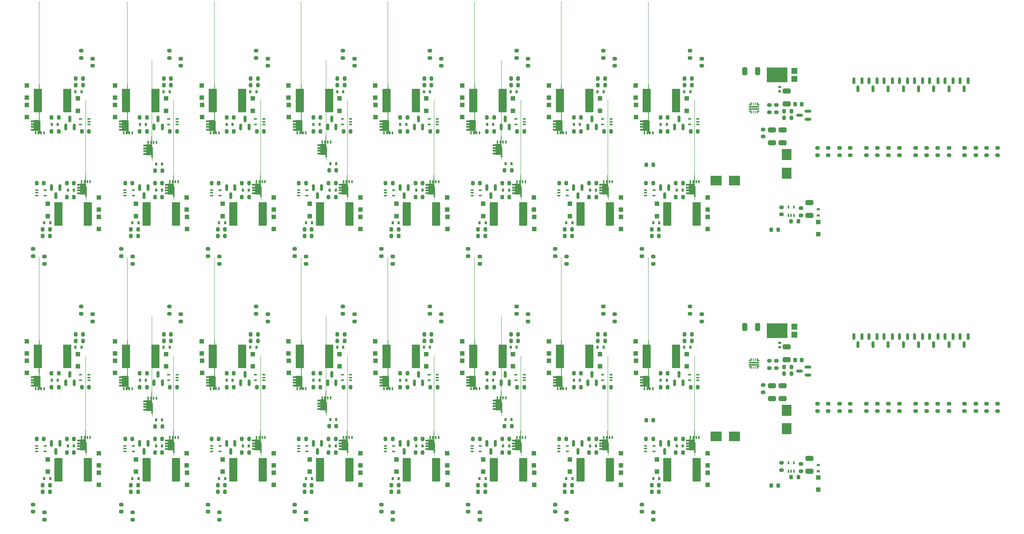
<source format=gbr>
%TF.GenerationSoftware,KiCad,Pcbnew,9.0.0+dfsg-1*%
%TF.CreationDate,2025-04-06T22:27:04+01:00*%
%TF.ProjectId,panel-16,70616e65-6c2d-4313-962e-6b696361645f,rev?*%
%TF.SameCoordinates,Original*%
%TF.FileFunction,Paste,Bot*%
%TF.FilePolarity,Positive*%
%FSLAX46Y46*%
G04 Gerber Fmt 4.6, Leading zero omitted, Abs format (unit mm)*
G04 Created by KiCad (PCBNEW 9.0.0+dfsg-1) date 2025-04-06 22:27:04*
%MOMM*%
%LPD*%
G01*
G04 APERTURE LIST*
G04 Aperture macros list*
%AMRoundRect*
0 Rectangle with rounded corners*
0 $1 Rounding radius*
0 $2 $3 $4 $5 $6 $7 $8 $9 X,Y pos of 4 corners*
0 Add a 4 corners polygon primitive as box body*
4,1,4,$2,$3,$4,$5,$6,$7,$8,$9,$2,$3,0*
0 Add four circle primitives for the rounded corners*
1,1,$1+$1,$2,$3*
1,1,$1+$1,$4,$5*
1,1,$1+$1,$6,$7*
1,1,$1+$1,$8,$9*
0 Add four rect primitives between the rounded corners*
20,1,$1+$1,$2,$3,$4,$5,0*
20,1,$1+$1,$4,$5,$6,$7,0*
20,1,$1+$1,$6,$7,$8,$9,0*
20,1,$1+$1,$8,$9,$2,$3,0*%
%AMFreePoly0*
4,1,5,0.202500,-0.377500,-0.202500,-0.377500,-0.202500,0.377500,0.202500,0.377500,0.202500,-0.377500,0.202500,-0.377500,$1*%
%AMFreePoly1*
4,1,53,0.139616,1.240000,0.142657,1.232657,0.150000,1.229616,0.189616,1.229616,0.189616,-1.249616,0.150000,-1.249616,0.142657,-1.252657,0.139616,-1.260000,0.139616,-1.849616,-0.139616,-1.849616,-0.139616,-1.260000,-0.142657,-1.252657,-0.150000,-1.249616,-1.339616,-1.249616,-1.339616,-1.210000,-1.342657,-1.202657,-1.350000,-1.199616,-2.039616,-1.199616,-2.039616,-0.770384,-1.350000,-0.770384,
-1.342657,-0.767343,-1.339616,-0.760000,-1.339616,-0.560000,-1.342657,-0.552657,-1.350000,-0.549616,-2.039616,-0.549616,-2.039616,-0.120384,-1.350000,-0.120384,-1.342657,-0.117343,-1.339616,-0.110000,-1.339616,0.090000,-1.342657,0.097343,-1.350000,0.100384,-2.039616,0.100384,-2.039616,0.529616,-1.350000,0.529616,-1.342657,0.532657,-1.339616,0.540000,-1.339616,0.740000,-1.342657,0.747343,
-1.350000,0.750384,-2.039616,0.750384,-2.039616,1.179616,-1.350000,1.179616,-1.342657,1.182657,-1.339616,1.190000,-1.339616,1.229616,-0.150000,1.229616,-0.142657,1.232657,-0.139616,1.240000,-0.139616,1.829616,0.139616,1.829616,0.139616,1.240000,0.139616,1.240000,$1*%
%AMFreePoly2*
4,1,27,0.269134,0.146194,0.285355,0.135355,0.296194,0.119134,0.300000,0.100000,0.300000,-0.450000,0.296194,-0.469134,0.285355,-0.485355,0.269134,-0.496194,0.250000,-0.500000,0.100000,-0.500000,0.080866,-0.496194,0.064645,-0.485355,0.053806,-0.469134,0.050000,-0.450000,0.050000,-0.150000,-0.250000,-0.150000,-0.269134,-0.146194,-0.285355,-0.135355,-0.296194,-0.119134,-0.300000,-0.100000,
-0.300000,0.100000,-0.296194,0.119134,-0.285355,0.135355,-0.269134,0.146194,-0.250000,0.150000,0.250000,0.150000,0.269134,0.146194,0.269134,0.146194,$1*%
%AMFreePoly3*
4,1,27,0.269134,0.496194,0.285355,0.485355,0.296194,0.469134,0.300000,0.450000,0.300000,-0.100000,0.296194,-0.119134,0.285355,-0.135355,0.269134,-0.146194,0.250000,-0.150000,-0.250000,-0.150000,-0.269134,-0.146194,-0.285355,-0.135355,-0.296194,-0.119134,-0.300000,-0.100000,-0.300000,0.100000,-0.296194,0.119134,-0.285355,0.135355,-0.269134,0.146194,-0.250000,0.150000,0.050000,0.150000,
0.050000,0.450000,0.053806,0.469134,0.064645,0.485355,0.080866,0.496194,0.100000,0.500000,0.250000,0.500000,0.269134,0.496194,0.269134,0.496194,$1*%
%AMFreePoly4*
4,1,27,-0.080866,0.496194,-0.064645,0.485355,-0.053806,0.469134,-0.050000,0.450000,-0.050000,0.150000,0.250000,0.150000,0.269134,0.146194,0.285355,0.135355,0.296194,0.119134,0.300000,0.100000,0.300000,-0.100000,0.296194,-0.119134,0.285355,-0.135355,0.269134,-0.146194,0.250000,-0.150000,-0.250000,-0.150000,-0.269134,-0.146194,-0.285355,-0.135355,-0.296194,-0.119134,-0.300000,-0.100000,
-0.300000,0.450000,-0.296194,0.469134,-0.285355,0.485355,-0.269134,0.496194,-0.250000,0.500000,-0.100000,0.500000,-0.080866,0.496194,-0.080866,0.496194,$1*%
%AMFreePoly5*
4,1,27,0.269134,0.146194,0.285355,0.135355,0.296194,0.119134,0.300000,0.100000,0.300000,-0.100000,0.296194,-0.119134,0.285355,-0.135355,0.269134,-0.146194,0.250000,-0.150000,-0.050000,-0.150000,-0.050000,-0.450000,-0.053806,-0.469134,-0.064645,-0.485355,-0.080866,-0.496194,-0.100000,-0.500000,-0.250000,-0.500000,-0.269134,-0.496194,-0.285355,-0.485355,-0.296194,-0.469134,-0.300000,-0.450000,
-0.300000,0.100000,-0.296194,0.119134,-0.285355,0.135355,-0.269134,0.146194,-0.250000,0.150000,0.250000,0.150000,0.269134,0.146194,0.269134,0.146194,$1*%
G04 Aperture macros list end*
%ADD10FreePoly0,180.000000*%
%ADD11FreePoly1,90.000000*%
%ADD12RoundRect,0.200000X-0.200000X-0.275000X0.200000X-0.275000X0.200000X0.275000X-0.200000X0.275000X0*%
%ADD13RoundRect,0.250000X-0.712500X-2.475000X0.712500X-2.475000X0.712500X2.475000X-0.712500X2.475000X0*%
%ADD14RoundRect,0.200000X-0.275000X0.200000X-0.275000X-0.200000X0.275000X-0.200000X0.275000X0.200000X0*%
%ADD15RoundRect,0.200000X0.200000X0.275000X-0.200000X0.275000X-0.200000X-0.275000X0.200000X-0.275000X0*%
%ADD16RoundRect,0.150000X-0.150000X0.587500X-0.150000X-0.587500X0.150000X-0.587500X0.150000X0.587500X0*%
%ADD17RoundRect,0.150000X0.587500X0.150000X-0.587500X0.150000X-0.587500X-0.150000X0.587500X-0.150000X0*%
%ADD18R,1.100000X1.100000*%
%ADD19FreePoly0,0.000000*%
%ADD20FreePoly1,270.000000*%
%ADD21RoundRect,0.150000X0.150000X-0.587500X0.150000X0.587500X-0.150000X0.587500X-0.150000X-0.587500X0*%
%ADD22R,0.600000X0.700000*%
%ADD23RoundRect,0.200000X0.275000X-0.200000X0.275000X0.200000X-0.275000X0.200000X-0.275000X-0.200000X0*%
%ADD24RoundRect,0.100000X0.225000X0.100000X-0.225000X0.100000X-0.225000X-0.100000X0.225000X-0.100000X0*%
%ADD25RoundRect,0.250000X0.650000X-0.325000X0.650000X0.325000X-0.650000X0.325000X-0.650000X-0.325000X0*%
%ADD26RoundRect,0.250000X0.712500X2.475000X-0.712500X2.475000X-0.712500X-2.475000X0.712500X-2.475000X0*%
%ADD27RoundRect,0.100000X-0.225000X-0.100000X0.225000X-0.100000X0.225000X0.100000X-0.225000X0.100000X0*%
%ADD28R,0.700000X0.600000*%
%ADD29R,2.500000X2.300000*%
%ADD30R,2.300000X2.500000*%
%ADD31RoundRect,0.250000X-0.325000X-0.650000X0.325000X-0.650000X0.325000X0.650000X-0.325000X0.650000X0*%
%ADD32RoundRect,0.100000X0.100000X-0.225000X0.100000X0.225000X-0.100000X0.225000X-0.100000X-0.225000X0*%
%ADD33FreePoly2,90.000000*%
%ADD34RoundRect,0.050000X0.075000X-0.250000X0.075000X0.250000X-0.075000X0.250000X-0.075000X-0.250000X0*%
%ADD35FreePoly3,90.000000*%
%ADD36RoundRect,0.050000X1.150000X-0.100000X1.150000X0.100000X-1.150000X0.100000X-1.150000X-0.100000X0*%
%ADD37FreePoly4,90.000000*%
%ADD38FreePoly5,90.000000*%
%ADD39RoundRect,0.225000X-0.225000X-0.250000X0.225000X-0.250000X0.225000X0.250000X-0.225000X0.250000X0*%
%ADD40RoundRect,0.250000X-0.650000X0.325000X-0.650000X-0.325000X0.650000X-0.325000X0.650000X0.325000X0*%
%ADD41R,4.860000X3.360000*%
%ADD42R,1.400000X1.390000*%
%ADD43RoundRect,0.140000X0.170000X-0.140000X0.170000X0.140000X-0.170000X0.140000X-0.170000X-0.140000X0*%
G04 APERTURE END LIST*
D10*
%TO.C,Q34*%
X108399350Y-111487500D03*
D11*
X107414350Y-113137500D03*
D10*
X107749350Y-111487500D03*
X107099350Y-111487500D03*
X106449350Y-111487500D03*
%TD*%
D12*
%TO.C,R140*%
X184421844Y-109050000D03*
X186071844Y-109050000D03*
%TD*%
D13*
%TO.C,F11*%
X121259344Y-42950000D03*
X128034344Y-42950000D03*
%TD*%
D14*
%TO.C,R72*%
X91246844Y-31425000D03*
X91246844Y-33075000D03*
%TD*%
%TO.C,R142*%
X191246844Y-31425000D03*
X191246844Y-33075000D03*
%TD*%
D15*
%TO.C,R13*%
X64036844Y-74150000D03*
X62386844Y-74150000D03*
%TD*%
D16*
%TO.C,D128*%
X249939350Y-97362500D03*
X251839350Y-97362500D03*
X250889350Y-99237500D03*
%TD*%
D14*
%TO.C,R42*%
X209539350Y-43975000D03*
X209539350Y-45625000D03*
%TD*%
D17*
%TO.C,U9*%
X218364350Y-104350000D03*
X218364350Y-106250000D03*
X216489350Y-105300000D03*
%TD*%
D12*
%TO.C,R81*%
X109971844Y-98350000D03*
X111621844Y-98350000D03*
%TD*%
D18*
%TO.C,D61*%
X115311844Y-69750000D03*
X115311844Y-72550000D03*
%TD*%
D13*
%TO.C,F7*%
X81259344Y-101950000D03*
X88034344Y-101950000D03*
%TD*%
D15*
%TO.C,R52*%
X89586844Y-120950000D03*
X87936844Y-120950000D03*
%TD*%
%TO.C,R97*%
X133014350Y-109000000D03*
X131364350Y-109000000D03*
%TD*%
D19*
%TO.C,Q17*%
X100721844Y-109350000D03*
D20*
X101706844Y-107700000D03*
D19*
X101371844Y-109350000D03*
X102021844Y-109350000D03*
X102671844Y-109350000D03*
%TD*%
D18*
%TO.C,D75*%
X135311844Y-69750000D03*
X135311844Y-72550000D03*
%TD*%
%TO.C,D74*%
X135261844Y-124250000D03*
X135261844Y-127050000D03*
%TD*%
D21*
%TO.C,Q8*%
X69596844Y-48987500D03*
X67696844Y-48987500D03*
X68646844Y-47112500D03*
%TD*%
D14*
%TO.C,R145*%
X245769350Y-112875000D03*
X245769350Y-114525000D03*
%TD*%
D12*
%TO.C,R104*%
X141164350Y-62000000D03*
X142814350Y-62000000D03*
%TD*%
D19*
%TO.C,Q21*%
X120721844Y-50350000D03*
D20*
X121706844Y-48700000D03*
D19*
X121371844Y-50350000D03*
X122021844Y-50350000D03*
X122671844Y-50350000D03*
%TD*%
D18*
%TO.C,D70*%
X123561844Y-66750000D03*
X123561844Y-69550000D03*
%TD*%
D15*
%TO.C,R85*%
X106071844Y-105850000D03*
X104421844Y-105850000D03*
%TD*%
D16*
%TO.C,D131*%
X242939350Y-97362500D03*
X244839350Y-97362500D03*
X243889350Y-99237500D03*
%TD*%
D22*
%TO.C,D47*%
X62711844Y-71150000D03*
X64111844Y-71150000D03*
%TD*%
D23*
%TO.C,R131*%
X180111844Y-78775000D03*
X180111844Y-77125000D03*
%TD*%
D13*
%TO.C,F9*%
X101259344Y-101950000D03*
X108034344Y-101950000D03*
%TD*%
D15*
%TO.C,R52*%
X89586844Y-61950000D03*
X87936844Y-61950000D03*
%TD*%
%TO.C,R119*%
X169586844Y-61950000D03*
X167936844Y-61950000D03*
%TD*%
D13*
%TO.C,F3*%
X40944350Y-42950000D03*
X47719350Y-42950000D03*
%TD*%
D18*
%TO.C,D25*%
X83561844Y-66750000D03*
X83561844Y-69550000D03*
%TD*%
D15*
%TO.C,R53*%
X43721850Y-131650000D03*
X42071850Y-131650000D03*
%TD*%
D12*
%TO.C,R80*%
X109971844Y-96850000D03*
X111621844Y-96850000D03*
%TD*%
D15*
%TO.C,R41*%
X214564350Y-45350000D03*
X212914350Y-45350000D03*
%TD*%
D18*
%TO.C,D77*%
X130446844Y-104250000D03*
X130446844Y-101450000D03*
%TD*%
D14*
%TO.C,R31*%
X228169350Y-53875000D03*
X228169350Y-55525000D03*
%TD*%
D12*
%TO.C,R51*%
X80964350Y-62000000D03*
X82614350Y-62000000D03*
%TD*%
D14*
%TO.C,R5*%
X50931850Y-90425000D03*
X50931850Y-92075000D03*
%TD*%
D18*
%TO.C,D28*%
X95311844Y-128750000D03*
X95311844Y-131550000D03*
%TD*%
D15*
%TO.C,R116*%
X164036844Y-131650000D03*
X162386844Y-131650000D03*
%TD*%
D16*
%TO.C,D126*%
X235939350Y-97362500D03*
X237839350Y-97362500D03*
X236889350Y-99237500D03*
%TD*%
D18*
%TO.C,D117*%
X195311844Y-128750000D03*
X195311844Y-131550000D03*
%TD*%
D23*
%TO.C,R55*%
X212329350Y-128175000D03*
X212329350Y-126525000D03*
%TD*%
D18*
%TO.C,D81*%
X118746844Y-46750000D03*
X118746844Y-43950000D03*
%TD*%
D24*
%TO.C,U10*%
X72996844Y-47150000D03*
X72996844Y-47800000D03*
X72996844Y-48450000D03*
X71096844Y-48450000D03*
X71096844Y-47150000D03*
%TD*%
D21*
%TO.C,Q16*%
X109596844Y-48987500D03*
X107696844Y-48987500D03*
X108646844Y-47112500D03*
%TD*%
D15*
%TO.C,R111*%
X153014350Y-50000000D03*
X151364350Y-50000000D03*
%TD*%
D12*
%TO.C,R98*%
X124421844Y-109050000D03*
X126071844Y-109050000D03*
%TD*%
%TO.C,R51*%
X80964350Y-121000000D03*
X82614350Y-121000000D03*
%TD*%
%TO.C,R14*%
X61064350Y-62000000D03*
X62714350Y-62000000D03*
%TD*%
D25*
%TO.C,C19*%
X213489350Y-102675000D03*
X213489350Y-99725000D03*
%TD*%
D10*
%TO.C,Q19*%
X133286844Y-61650000D03*
D11*
X132301844Y-63300000D03*
D10*
X132636844Y-61650000D03*
X131986844Y-61650000D03*
X131336844Y-61650000D03*
%TD*%
%TO.C,Q31*%
X193286844Y-61650000D03*
D11*
X192301844Y-63300000D03*
D10*
X192636844Y-61650000D03*
X191986844Y-61650000D03*
X191336844Y-61650000D03*
%TD*%
%TO.C,Q31*%
X193286844Y-120650000D03*
D11*
X192301844Y-122300000D03*
D10*
X192636844Y-120650000D03*
X191986844Y-120650000D03*
X191336844Y-120650000D03*
%TD*%
D18*
%TO.C,D102*%
X175261844Y-65250000D03*
X175261844Y-68050000D03*
%TD*%
D14*
%TO.C,R37*%
X257069350Y-53875000D03*
X257069350Y-55525000D03*
%TD*%
D18*
%TO.C,D82*%
X118696844Y-42250000D03*
X118696844Y-39450000D03*
%TD*%
D15*
%TO.C,R115*%
X164036844Y-74150000D03*
X162386844Y-74150000D03*
%TD*%
D26*
%TO.C,F6*%
X92749344Y-69050000D03*
X85974344Y-69050000D03*
%TD*%
D12*
%TO.C,R6*%
X47621850Y-124150000D03*
X49271850Y-124150000D03*
%TD*%
D18*
%TO.C,D116*%
X195261844Y-124250000D03*
X195261844Y-127050000D03*
%TD*%
D12*
%TO.C,R8*%
X67964350Y-118100000D03*
X69614350Y-118100000D03*
%TD*%
D23*
%TO.C,R107*%
X142761844Y-139575000D03*
X142761844Y-137925000D03*
%TD*%
D13*
%TO.C,F9*%
X101259344Y-42950000D03*
X108034344Y-42950000D03*
%TD*%
D15*
%TO.C,R50*%
X84036844Y-133150000D03*
X82386844Y-133150000D03*
%TD*%
D27*
%TO.C,U13*%
X101011844Y-64850000D03*
X101011844Y-64200000D03*
X101011844Y-63550000D03*
X102911844Y-63550000D03*
X102911844Y-64850000D03*
%TD*%
D15*
%TO.C,R116*%
X164036844Y-72650000D03*
X162386844Y-72650000D03*
%TD*%
D22*
%TO.C,D6*%
X68189350Y-116600000D03*
X69589350Y-116600000D03*
%TD*%
D15*
%TO.C,R19*%
X73014350Y-50000000D03*
X71364350Y-50000000D03*
%TD*%
%TO.C,R19*%
X73014350Y-109000000D03*
X71364350Y-109000000D03*
%TD*%
%TO.C,R74*%
X104036844Y-72650000D03*
X102386844Y-72650000D03*
%TD*%
D18*
%TO.C,D102*%
X175261844Y-124250000D03*
X175261844Y-127050000D03*
%TD*%
D12*
%TO.C,R112*%
X144421844Y-50050000D03*
X146071844Y-50050000D03*
%TD*%
D19*
%TO.C,Q25*%
X140721844Y-50350000D03*
D20*
X141706844Y-48700000D03*
D19*
X141371844Y-50350000D03*
X142021844Y-50350000D03*
X142671844Y-50350000D03*
%TD*%
D12*
%TO.C,R23*%
X181114350Y-57700000D03*
X182764350Y-57700000D03*
%TD*%
D23*
%TO.C,R79*%
X102761844Y-80575000D03*
X102761844Y-78925000D03*
%TD*%
D12*
%TO.C,R57*%
X69971844Y-39350000D03*
X71621844Y-39350000D03*
%TD*%
D15*
%TO.C,R62*%
X84036844Y-72650000D03*
X82386844Y-72650000D03*
%TD*%
D10*
%TO.C,Q11*%
X93286844Y-61650000D03*
D11*
X92301844Y-63300000D03*
D10*
X92636844Y-61650000D03*
X91986844Y-61650000D03*
X91336844Y-61650000D03*
%TD*%
D12*
%TO.C,R137*%
X189971844Y-98350000D03*
X191621844Y-98350000D03*
%TD*%
D23*
%TO.C,R47*%
X216754350Y-128400000D03*
X216754350Y-126750000D03*
%TD*%
D27*
%TO.C,U13*%
X101011844Y-123850000D03*
X101011844Y-123200000D03*
X101011844Y-122550000D03*
X102911844Y-122550000D03*
X102911844Y-123850000D03*
%TD*%
D28*
%TO.C,D39*%
X220739350Y-69400000D03*
X220739350Y-68000000D03*
%TD*%
D10*
%TO.C,Q7*%
X73286844Y-120650000D03*
D11*
X72301844Y-122300000D03*
D10*
X72636844Y-120650000D03*
X71986844Y-120650000D03*
X71336844Y-120650000D03*
%TD*%
D22*
%TO.C,D133*%
X148709350Y-57500000D03*
X150109350Y-57500000D03*
%TD*%
D14*
%TO.C,R32*%
X239469350Y-112875000D03*
X239469350Y-114525000D03*
%TD*%
D12*
%TO.C,R106*%
X147936844Y-65150000D03*
X149586844Y-65150000D03*
%TD*%
D18*
%TO.C,D91*%
X150446844Y-104250000D03*
X150446844Y-101450000D03*
%TD*%
D22*
%TO.C,D49*%
X82711844Y-71150000D03*
X84111844Y-71150000D03*
%TD*%
D26*
%TO.C,F6*%
X92749344Y-128050000D03*
X85974344Y-128050000D03*
%TD*%
D18*
%TO.C,D82*%
X118696844Y-101250000D03*
X118696844Y-98450000D03*
%TD*%
D27*
%TO.C,U5*%
X40696850Y-64850000D03*
X40696850Y-64200000D03*
X40696850Y-63550000D03*
X42596850Y-63550000D03*
X42596850Y-64850000D03*
%TD*%
D15*
%TO.C,R9*%
X43721850Y-74150000D03*
X42071850Y-74150000D03*
%TD*%
D18*
%TO.C,D63*%
X110446844Y-45250000D03*
X110446844Y-42450000D03*
%TD*%
D22*
%TO.C,D101*%
X168161844Y-63550000D03*
X169561844Y-63550000D03*
%TD*%
%TO.C,D52*%
X85846844Y-48450000D03*
X84446844Y-48450000D03*
%TD*%
D10*
%TO.C,Q34*%
X108399350Y-52487500D03*
D11*
X107414350Y-54137500D03*
D10*
X107749350Y-52487500D03*
X107099350Y-52487500D03*
X106449350Y-52487500D03*
%TD*%
D14*
%TO.C,R96*%
X133896844Y-33225000D03*
X133896844Y-34875000D03*
%TD*%
%TO.C,R146*%
X243169350Y-112875000D03*
X243169350Y-114525000D03*
%TD*%
D13*
%TO.C,F3*%
X40944350Y-101950000D03*
X47719350Y-101950000D03*
%TD*%
D16*
%TO.C,Q30*%
X184411844Y-63012500D03*
X186311844Y-63012500D03*
X185361844Y-64887500D03*
%TD*%
D15*
%TO.C,R127*%
X166071844Y-105850000D03*
X164421844Y-105850000D03*
%TD*%
D22*
%TO.C,D101*%
X168161844Y-122550000D03*
X169561844Y-122550000D03*
%TD*%
D12*
%TO.C,R94*%
X129971844Y-37850000D03*
X131621844Y-37850000D03*
%TD*%
D22*
%TO.C,D120*%
X191296844Y-40850000D03*
X189896844Y-40850000D03*
%TD*%
D16*
%TO.C,Q4*%
X44096850Y-63012500D03*
X45996850Y-63012500D03*
X45046850Y-64887500D03*
%TD*%
D15*
%TO.C,R91*%
X129586844Y-61950000D03*
X127936844Y-61950000D03*
%TD*%
D18*
%TO.C,D96*%
X138696844Y-42250000D03*
X138696844Y-39450000D03*
%TD*%
D10*
%TO.C,Q2*%
X52971850Y-120650000D03*
D11*
X51986850Y-122300000D03*
D10*
X52321850Y-120650000D03*
X51671850Y-120650000D03*
X51021850Y-120650000D03*
%TD*%
D16*
%TO.C,Q6*%
X64411844Y-63012500D03*
X66311844Y-63012500D03*
X65361844Y-64887500D03*
%TD*%
%TO.C,D130*%
X246439350Y-97362500D03*
X248339350Y-97362500D03*
X247389350Y-99237500D03*
%TD*%
D15*
%TO.C,R129*%
X184036844Y-133150000D03*
X182386844Y-133150000D03*
%TD*%
D19*
%TO.C,Q13*%
X80721844Y-50350000D03*
D20*
X81706844Y-48700000D03*
D19*
X81371844Y-50350000D03*
X82021844Y-50350000D03*
X82671844Y-50350000D03*
%TD*%
D12*
%TO.C,R123*%
X169971844Y-39350000D03*
X171621844Y-39350000D03*
%TD*%
D18*
%TO.C,D74*%
X135261844Y-65250000D03*
X135261844Y-68050000D03*
%TD*%
D15*
%TO.C,R62*%
X84036844Y-131650000D03*
X82386844Y-131650000D03*
%TD*%
D18*
%TO.C,D8*%
X54946850Y-65250000D03*
X54946850Y-68050000D03*
%TD*%
D22*
%TO.C,D94*%
X145846844Y-107450000D03*
X144446844Y-107450000D03*
%TD*%
D14*
%TO.C,R144*%
X248269350Y-53875000D03*
X248269350Y-55525000D03*
%TD*%
D18*
%TO.C,D44*%
X90446844Y-104250000D03*
X90446844Y-101450000D03*
%TD*%
D15*
%TO.C,R105*%
X149586844Y-120950000D03*
X147936844Y-120950000D03*
%TD*%
D18*
%TO.C,D110*%
X158696844Y-42250000D03*
X158696844Y-39450000D03*
%TD*%
D12*
%TO.C,R23*%
X181114350Y-116700000D03*
X182764350Y-116700000D03*
%TD*%
D18*
%TO.C,D117*%
X195311844Y-69750000D03*
X195311844Y-72550000D03*
%TD*%
D10*
%TO.C,Q11*%
X93286844Y-120650000D03*
D11*
X92301844Y-122300000D03*
D10*
X92636844Y-120650000D03*
X91986844Y-120650000D03*
X91336844Y-120650000D03*
%TD*%
D22*
%TO.C,D49*%
X82711844Y-130150000D03*
X84111844Y-130150000D03*
%TD*%
D14*
%TO.C,R59*%
X53581850Y-92225000D03*
X53581850Y-93875000D03*
%TD*%
D10*
%TO.C,Q1*%
X68289350Y-52587500D03*
D11*
X67304350Y-54237500D03*
D10*
X67639350Y-52587500D03*
X66989350Y-52587500D03*
X66339350Y-52587500D03*
%TD*%
D18*
%TO.C,D110*%
X158696844Y-101250000D03*
X158696844Y-98450000D03*
%TD*%
D15*
%TO.C,R101*%
X144036844Y-133150000D03*
X142386844Y-133150000D03*
%TD*%
D24*
%TO.C,U12*%
X92996844Y-47150000D03*
X92996844Y-47800000D03*
X92996844Y-48450000D03*
X91096844Y-48450000D03*
X91096844Y-47150000D03*
%TD*%
D22*
%TO.C,D26*%
X88161844Y-122550000D03*
X89561844Y-122550000D03*
%TD*%
D18*
%TO.C,D12*%
X43246850Y-66750000D03*
X43246850Y-69550000D03*
%TD*%
D14*
%TO.C,R32*%
X239469350Y-53875000D03*
X239469350Y-55525000D03*
%TD*%
D18*
%TO.C,D68*%
X98696844Y-101250000D03*
X98696844Y-98450000D03*
%TD*%
D12*
%TO.C,R140*%
X184421844Y-50050000D03*
X186071844Y-50050000D03*
%TD*%
%TO.C,R67*%
X89971844Y-39350000D03*
X91621844Y-39350000D03*
%TD*%
D18*
%TO.C,D10*%
X54996850Y-128750000D03*
X54996850Y-131550000D03*
%TD*%
D15*
%TO.C,R74*%
X104036844Y-131650000D03*
X102386844Y-131650000D03*
%TD*%
%TO.C,R12*%
X52714350Y-50000000D03*
X51064350Y-50000000D03*
%TD*%
D10*
%TO.C,Q15*%
X113286844Y-61650000D03*
D11*
X112301844Y-63300000D03*
D10*
X112636844Y-61650000D03*
X111986844Y-61650000D03*
X111336844Y-61650000D03*
%TD*%
D15*
%TO.C,R2*%
X49271850Y-120950000D03*
X47621850Y-120950000D03*
%TD*%
D22*
%TO.C,D106*%
X171296844Y-40850000D03*
X169896844Y-40850000D03*
%TD*%
D26*
%TO.C,F8*%
X112749344Y-128050000D03*
X105974344Y-128050000D03*
%TD*%
D22*
%TO.C,D92*%
X151296844Y-40850000D03*
X149896844Y-40850000D03*
%TD*%
D18*
%TO.C,D20*%
X70446844Y-104250000D03*
X70446844Y-101450000D03*
%TD*%
D12*
%TO.C,R132*%
X181064350Y-62000000D03*
X182714350Y-62000000D03*
%TD*%
D22*
%TO.C,D71*%
X122711844Y-71150000D03*
X124111844Y-71150000D03*
%TD*%
D14*
%TO.C,R42*%
X209539350Y-102975000D03*
X209539350Y-104625000D03*
%TD*%
D27*
%TO.C,U19*%
X161011844Y-64850000D03*
X161011844Y-64200000D03*
X161011844Y-63550000D03*
X162911844Y-63550000D03*
X162911844Y-64850000D03*
%TD*%
D22*
%TO.C,D120*%
X191296844Y-99850000D03*
X189896844Y-99850000D03*
%TD*%
D23*
%TO.C,R46*%
X208089350Y-51225000D03*
X208089350Y-49575000D03*
%TD*%
D12*
%TO.C,R134*%
X187936844Y-65150000D03*
X189586844Y-65150000D03*
%TD*%
D22*
%TO.C,D87*%
X148161844Y-63550000D03*
X149561844Y-63550000D03*
%TD*%
D29*
%TO.C,D7*%
X197189350Y-61350000D03*
X201489350Y-61350000D03*
%TD*%
D14*
%TO.C,R110*%
X153896844Y-92225000D03*
X153896844Y-93875000D03*
%TD*%
D15*
%TO.C,R77*%
X109586844Y-61950000D03*
X107936844Y-61950000D03*
%TD*%
D13*
%TO.C,F17*%
X181259344Y-101950000D03*
X188034344Y-101950000D03*
%TD*%
D23*
%TO.C,R117*%
X160111844Y-78775000D03*
X160111844Y-77125000D03*
%TD*%
D14*
%TO.C,R39*%
X231869350Y-53875000D03*
X231869350Y-55525000D03*
%TD*%
D12*
%TO.C,R14*%
X61064350Y-121000000D03*
X62714350Y-121000000D03*
%TD*%
D10*
%TO.C,Q2*%
X52971850Y-61650000D03*
D11*
X51986850Y-63300000D03*
D10*
X52321850Y-61650000D03*
X51671850Y-61650000D03*
X51021850Y-61650000D03*
%TD*%
D24*
%TO.C,U14*%
X112996844Y-47150000D03*
X112996844Y-47800000D03*
X112996844Y-48450000D03*
X111096844Y-48450000D03*
X111096844Y-47150000D03*
%TD*%
D12*
%TO.C,R109*%
X149971844Y-39350000D03*
X151621844Y-39350000D03*
%TD*%
D16*
%TO.C,D128*%
X249939350Y-38362500D03*
X251839350Y-38362500D03*
X250889350Y-40237500D03*
%TD*%
D15*
%TO.C,R73*%
X104036844Y-74150000D03*
X102386844Y-74150000D03*
%TD*%
D23*
%TO.C,R65*%
X82761844Y-139575000D03*
X82761844Y-137925000D03*
%TD*%
D14*
%TO.C,R100*%
X131246844Y-31425000D03*
X131246844Y-33075000D03*
%TD*%
D21*
%TO.C,Q20*%
X129596844Y-107987500D03*
X127696844Y-107987500D03*
X128646844Y-106112500D03*
%TD*%
D18*
%TO.C,D9*%
X38431850Y-105750000D03*
X38431850Y-102950000D03*
%TD*%
D15*
%TO.C,R71*%
X86071844Y-105850000D03*
X84421844Y-105850000D03*
%TD*%
D22*
%TO.C,D59*%
X108161844Y-63550000D03*
X109561844Y-63550000D03*
%TD*%
D15*
%TO.C,R15*%
X69586844Y-61950000D03*
X67936844Y-61950000D03*
%TD*%
D16*
%TO.C,Q6*%
X64411844Y-122012500D03*
X66311844Y-122012500D03*
X65361844Y-123887500D03*
%TD*%
D14*
%TO.C,R86*%
X111246844Y-90425000D03*
X111246844Y-92075000D03*
%TD*%
D30*
%TO.C,D16*%
X213489350Y-114350000D03*
X213489350Y-118650000D03*
%TD*%
D15*
%TO.C,R53*%
X43721850Y-72650000D03*
X42071850Y-72650000D03*
%TD*%
D18*
%TO.C,D40*%
X220739350Y-73700000D03*
X220739350Y-70900000D03*
%TD*%
%TO.C,D17*%
X75261844Y-124250000D03*
X75261844Y-127050000D03*
%TD*%
D13*
%TO.C,F17*%
X181259344Y-42950000D03*
X188034344Y-42950000D03*
%TD*%
D24*
%TO.C,U22*%
X192996844Y-106150000D03*
X192996844Y-106800000D03*
X192996844Y-107450000D03*
X191096844Y-107450000D03*
X191096844Y-106150000D03*
%TD*%
D21*
%TO.C,Q5*%
X49281850Y-107987500D03*
X47381850Y-107987500D03*
X48331850Y-106112500D03*
%TD*%
D12*
%TO.C,R118*%
X161064350Y-62000000D03*
X162714350Y-62000000D03*
%TD*%
D19*
%TO.C,Q9*%
X60721844Y-50350000D03*
D20*
X61706844Y-48700000D03*
D19*
X61371844Y-50350000D03*
X62021844Y-50350000D03*
X62671844Y-50350000D03*
%TD*%
D18*
%TO.C,D84*%
X143561844Y-66750000D03*
X143561844Y-69550000D03*
%TD*%
D15*
%TO.C,R71*%
X86071844Y-46850000D03*
X84421844Y-46850000D03*
%TD*%
D22*
%TO.C,D122*%
X185846844Y-48450000D03*
X184446844Y-48450000D03*
%TD*%
D29*
%TO.C,D7*%
X197189350Y-120350000D03*
X201489350Y-120350000D03*
%TD*%
D18*
%TO.C,D91*%
X150446844Y-45250000D03*
X150446844Y-42450000D03*
%TD*%
D27*
%TO.C,U21*%
X181011844Y-64850000D03*
X181011844Y-64200000D03*
X181011844Y-63550000D03*
X182911844Y-63550000D03*
X182911844Y-64850000D03*
%TD*%
D24*
%TO.C,U10*%
X72996844Y-106150000D03*
X72996844Y-106800000D03*
X72996844Y-107450000D03*
X71096844Y-107450000D03*
X71096844Y-106150000D03*
%TD*%
D14*
%TO.C,R128*%
X171246844Y-31425000D03*
X171246844Y-33075000D03*
%TD*%
D18*
%TO.C,D124*%
X178696844Y-42250000D03*
X178696844Y-39450000D03*
%TD*%
D14*
%TO.C,R36*%
X259569350Y-53875000D03*
X259569350Y-55525000D03*
%TD*%
D15*
%TO.C,R99*%
X126071844Y-105850000D03*
X124421844Y-105850000D03*
%TD*%
%TO.C,R88*%
X124036844Y-131650000D03*
X122386844Y-131650000D03*
%TD*%
D22*
%TO.C,D66*%
X105846844Y-48450000D03*
X104446844Y-48450000D03*
%TD*%
D23*
%TO.C,R17*%
X62761844Y-139575000D03*
X62761844Y-137925000D03*
%TD*%
D12*
%TO.C,R126*%
X164421844Y-50050000D03*
X166071844Y-50050000D03*
%TD*%
%TO.C,R108*%
X149971844Y-37850000D03*
X151621844Y-37850000D03*
%TD*%
D18*
%TO.C,D123*%
X178746844Y-105750000D03*
X178746844Y-102950000D03*
%TD*%
D31*
%TO.C,C10*%
X203814350Y-36125000D03*
X206764350Y-36125000D03*
%TD*%
D12*
%TO.C,R92*%
X127936844Y-124150000D03*
X129586844Y-124150000D03*
%TD*%
D26*
%TO.C,F2*%
X52434350Y-69050000D03*
X45659350Y-69050000D03*
%TD*%
D18*
%TO.C,D112*%
X183561844Y-66750000D03*
X183561844Y-69550000D03*
%TD*%
D10*
%TO.C,Q1*%
X68289350Y-111587500D03*
D11*
X67304350Y-113237500D03*
D10*
X67639350Y-111587500D03*
X66989350Y-111587500D03*
X66339350Y-111587500D03*
%TD*%
D16*
%TO.C,D127*%
X239439350Y-97362500D03*
X241339350Y-97362500D03*
X240389350Y-99237500D03*
%TD*%
D22*
%TO.C,D78*%
X131296844Y-40850000D03*
X129896844Y-40850000D03*
%TD*%
D21*
%TO.C,Q8*%
X69596844Y-107987500D03*
X67696844Y-107987500D03*
X68646844Y-106112500D03*
%TD*%
D18*
%TO.C,D88*%
X155261844Y-65250000D03*
X155261844Y-68050000D03*
%TD*%
D25*
%TO.C,C19*%
X213489350Y-43675000D03*
X213489350Y-40725000D03*
%TD*%
D12*
%TO.C,R120*%
X167936844Y-124150000D03*
X169586844Y-124150000D03*
%TD*%
D23*
%TO.C,R46*%
X208089350Y-110225000D03*
X208089350Y-108575000D03*
%TD*%
D12*
%TO.C,R70*%
X84421844Y-109050000D03*
X86071844Y-109050000D03*
%TD*%
D23*
%TO.C,R47*%
X216754350Y-69400000D03*
X216754350Y-67750000D03*
%TD*%
D18*
%TO.C,D61*%
X115311844Y-128750000D03*
X115311844Y-131550000D03*
%TD*%
%TO.C,D98*%
X163561844Y-66750000D03*
X163561844Y-69550000D03*
%TD*%
%TO.C,D68*%
X98696844Y-42250000D03*
X98696844Y-39450000D03*
%TD*%
%TO.C,D54*%
X78696844Y-101250000D03*
X78696844Y-98450000D03*
%TD*%
D12*
%TO.C,R76*%
X101064350Y-62000000D03*
X102714350Y-62000000D03*
%TD*%
D26*
%TO.C,F16*%
X192749344Y-69050000D03*
X185974344Y-69050000D03*
%TD*%
D23*
%TO.C,R63*%
X80111844Y-78775000D03*
X80111844Y-77125000D03*
%TD*%
D19*
%TO.C,Q3*%
X40406850Y-109350000D03*
D20*
X41391850Y-107700000D03*
D19*
X41056850Y-109350000D03*
X41706850Y-109350000D03*
X42356850Y-109350000D03*
%TD*%
%TO.C,Q3*%
X40406850Y-50350000D03*
D20*
X41391850Y-48700000D03*
D19*
X41056850Y-50350000D03*
X41706850Y-50350000D03*
X42356850Y-50350000D03*
%TD*%
D12*
%TO.C,R76*%
X101064350Y-121000000D03*
X102714350Y-121000000D03*
%TD*%
D19*
%TO.C,Q13*%
X80721844Y-109350000D03*
D20*
X81706844Y-107700000D03*
D19*
X81371844Y-109350000D03*
X82021844Y-109350000D03*
X82671844Y-109350000D03*
%TD*%
D25*
%TO.C,C25*%
X218764350Y-69400000D03*
X218764350Y-66450000D03*
%TD*%
D21*
%TO.C,Q20*%
X129596844Y-48987500D03*
X127696844Y-48987500D03*
X128646844Y-47112500D03*
%TD*%
D12*
%TO.C,R25*%
X108074350Y-118000000D03*
X109724350Y-118000000D03*
%TD*%
D10*
%TO.C,Q35*%
X148809350Y-52487500D03*
D11*
X147824350Y-54137500D03*
D10*
X148159350Y-52487500D03*
X147509350Y-52487500D03*
X146859350Y-52487500D03*
%TD*%
D21*
%TO.C,Q24*%
X149596844Y-107987500D03*
X147696844Y-107987500D03*
X148646844Y-106112500D03*
%TD*%
D12*
%TO.C,R112*%
X144421844Y-109050000D03*
X146071844Y-109050000D03*
%TD*%
D15*
%TO.C,R102*%
X144036844Y-131650000D03*
X142386844Y-131650000D03*
%TD*%
%TO.C,R73*%
X104036844Y-133150000D03*
X102386844Y-133150000D03*
%TD*%
D12*
%TO.C,R66*%
X89971844Y-96850000D03*
X91621844Y-96850000D03*
%TD*%
D21*
%TO.C,Q16*%
X109596844Y-107987500D03*
X107696844Y-107987500D03*
X108646844Y-106112500D03*
%TD*%
D18*
%TO.C,D105*%
X170446844Y-45250000D03*
X170446844Y-42450000D03*
%TD*%
D15*
%TO.C,R85*%
X106071844Y-46850000D03*
X104421844Y-46850000D03*
%TD*%
D13*
%TO.C,F15*%
X161259344Y-101950000D03*
X168034344Y-101950000D03*
%TD*%
D18*
%TO.C,D95*%
X138746844Y-46750000D03*
X138746844Y-43950000D03*
%TD*%
D12*
%TO.C,R66*%
X89971844Y-37850000D03*
X91621844Y-37850000D03*
%TD*%
D22*
%TO.C,D21*%
X65846844Y-48450000D03*
X64446844Y-48450000D03*
%TD*%
D23*
%TO.C,R45*%
X211089350Y-45625000D03*
X211089350Y-43975000D03*
%TD*%
D22*
%TO.C,D2*%
X47846850Y-63550000D03*
X49246850Y-63550000D03*
%TD*%
D13*
%TO.C,F13*%
X141259344Y-101950000D03*
X148034344Y-101950000D03*
%TD*%
D21*
%TO.C,Q12*%
X89596844Y-107987500D03*
X87696844Y-107987500D03*
X88646844Y-106112500D03*
%TD*%
D32*
%TO.C,U8*%
X215179350Y-128400000D03*
X214529350Y-128400000D03*
X213879350Y-128400000D03*
X213879350Y-126500000D03*
X215179350Y-126500000D03*
%TD*%
D26*
%TO.C,F2*%
X52434350Y-128050000D03*
X45659350Y-128050000D03*
%TD*%
D22*
%TO.C,D122*%
X185846844Y-107450000D03*
X184446844Y-107450000D03*
%TD*%
D15*
%TO.C,R7*%
X45756850Y-46850000D03*
X44106850Y-46850000D03*
%TD*%
D12*
%TO.C,R54*%
X49656850Y-98350000D03*
X51306850Y-98350000D03*
%TD*%
D15*
%TO.C,R125*%
X173014350Y-50000000D03*
X171364350Y-50000000D03*
%TD*%
D23*
%TO.C,R60*%
X60111844Y-78775000D03*
X60111844Y-77125000D03*
%TD*%
D12*
%TO.C,R48*%
X209904350Y-72700000D03*
X211554350Y-72700000D03*
%TD*%
D33*
%TO.C,U3*%
X206689350Y-45500000D03*
D34*
X206214350Y-45500000D03*
X205764350Y-45500000D03*
D35*
X205289350Y-45500000D03*
D36*
X205989350Y-44850000D03*
X205989350Y-44350000D03*
D37*
X205289350Y-43700000D03*
D34*
X205764350Y-43700000D03*
X206214350Y-43700000D03*
D38*
X206689350Y-43700000D03*
%TD*%
D14*
%TO.C,R29*%
X223069350Y-53875000D03*
X223069350Y-55525000D03*
%TD*%
D13*
%TO.C,F7*%
X81259344Y-42950000D03*
X88034344Y-42950000D03*
%TD*%
D14*
%TO.C,R33*%
X236969350Y-53875000D03*
X236969350Y-55525000D03*
%TD*%
D12*
%TO.C,R64*%
X87936844Y-65150000D03*
X89586844Y-65150000D03*
%TD*%
%TO.C,R18*%
X69971844Y-37850000D03*
X71621844Y-37850000D03*
%TD*%
D14*
%TO.C,R96*%
X133896844Y-92225000D03*
X133896844Y-93875000D03*
%TD*%
D22*
%TO.C,D6*%
X68189350Y-57600000D03*
X69589350Y-57600000D03*
%TD*%
D18*
%TO.C,D112*%
X183561844Y-125750000D03*
X183561844Y-128550000D03*
%TD*%
D33*
%TO.C,U3*%
X206689350Y-104500000D03*
D34*
X206214350Y-104500000D03*
X205764350Y-104500000D03*
D35*
X205289350Y-104500000D03*
D36*
X205989350Y-103850000D03*
X205989350Y-103350000D03*
D37*
X205289350Y-102700000D03*
D34*
X205764350Y-102700000D03*
X206214350Y-102700000D03*
D38*
X206689350Y-102700000D03*
%TD*%
D14*
%TO.C,R145*%
X245769350Y-53875000D03*
X245769350Y-55525000D03*
%TD*%
D23*
%TO.C,R121*%
X162761844Y-80575000D03*
X162761844Y-78925000D03*
%TD*%
D14*
%TO.C,R82*%
X113896844Y-92225000D03*
X113896844Y-93875000D03*
%TD*%
D18*
%TO.C,D81*%
X118746844Y-105750000D03*
X118746844Y-102950000D03*
%TD*%
D23*
%TO.C,R55*%
X212329350Y-69175000D03*
X212329350Y-67525000D03*
%TD*%
D16*
%TO.C,Q30*%
X184411844Y-122012500D03*
X186311844Y-122012500D03*
X185361844Y-123887500D03*
%TD*%
D19*
%TO.C,Q17*%
X100721844Y-50350000D03*
D20*
X101706844Y-48700000D03*
D19*
X101371844Y-50350000D03*
X102021844Y-50350000D03*
X102671844Y-50350000D03*
%TD*%
D22*
%TO.C,D87*%
X148161844Y-122550000D03*
X149561844Y-122550000D03*
%TD*%
D15*
%TO.C,R105*%
X149586844Y-61950000D03*
X147936844Y-61950000D03*
%TD*%
D22*
%TO.C,D45*%
X42396850Y-130150000D03*
X43796850Y-130150000D03*
%TD*%
%TO.C,D50*%
X91296844Y-99850000D03*
X89896844Y-99850000D03*
%TD*%
D23*
%TO.C,R93*%
X122761844Y-80575000D03*
X122761844Y-78925000D03*
%TD*%
D16*
%TO.C,D34*%
X228939350Y-97362500D03*
X230839350Y-97362500D03*
X229889350Y-99237500D03*
%TD*%
D12*
%TO.C,R80*%
X109971844Y-37850000D03*
X111621844Y-37850000D03*
%TD*%
D14*
%TO.C,R38*%
X220569350Y-112875000D03*
X220569350Y-114525000D03*
%TD*%
D22*
%TO.C,D113*%
X182711844Y-71150000D03*
X184111844Y-71150000D03*
%TD*%
D21*
%TO.C,Q24*%
X149596844Y-48987500D03*
X147696844Y-48987500D03*
X148646844Y-47112500D03*
%TD*%
D23*
%TO.C,R93*%
X122761844Y-139575000D03*
X122761844Y-137925000D03*
%TD*%
D18*
%TO.C,D124*%
X178696844Y-101250000D03*
X178696844Y-98450000D03*
%TD*%
D22*
%TO.C,D3*%
X45531850Y-48450000D03*
X44131850Y-48450000D03*
%TD*%
%TO.C,D73*%
X128161844Y-122550000D03*
X129561844Y-122550000D03*
%TD*%
D27*
%TO.C,U19*%
X161011844Y-123850000D03*
X161011844Y-123200000D03*
X161011844Y-122550000D03*
X162911844Y-122550000D03*
X162911844Y-123850000D03*
%TD*%
D12*
%TO.C,R11*%
X40664350Y-121000000D03*
X42314350Y-121000000D03*
%TD*%
D18*
%TO.C,D89*%
X155311844Y-128750000D03*
X155311844Y-131550000D03*
%TD*%
D16*
%TO.C,D127*%
X239439350Y-38362500D03*
X241339350Y-38362500D03*
X240389350Y-40237500D03*
%TD*%
D18*
%TO.C,D119*%
X190446844Y-104250000D03*
X190446844Y-101450000D03*
%TD*%
D27*
%TO.C,U5*%
X40696850Y-123850000D03*
X40696850Y-123200000D03*
X40696850Y-122550000D03*
X42596850Y-122550000D03*
X42596850Y-123850000D03*
%TD*%
D15*
%TO.C,R115*%
X164036844Y-133150000D03*
X162386844Y-133150000D03*
%TD*%
D27*
%TO.C,U17*%
X141011844Y-64850000D03*
X141011844Y-64200000D03*
X141011844Y-63550000D03*
X142911844Y-63550000D03*
X142911844Y-64850000D03*
%TD*%
D18*
%TO.C,D25*%
X83561844Y-125750000D03*
X83561844Y-128550000D03*
%TD*%
%TO.C,D13*%
X50131850Y-45250000D03*
X50131850Y-42450000D03*
%TD*%
%TO.C,D60*%
X115261844Y-65250000D03*
X115261844Y-68050000D03*
%TD*%
%TO.C,D95*%
X138746844Y-105750000D03*
X138746844Y-102950000D03*
%TD*%
D10*
%TO.C,Q7*%
X73286844Y-61650000D03*
D11*
X72301844Y-63300000D03*
D10*
X72636844Y-61650000D03*
X71986844Y-61650000D03*
X71336844Y-61650000D03*
%TD*%
D18*
%TO.C,D23*%
X58696844Y-101250000D03*
X58696844Y-98450000D03*
%TD*%
%TO.C,D9*%
X38431850Y-46750000D03*
X38431850Y-43950000D03*
%TD*%
D15*
%TO.C,R69*%
X93014350Y-109000000D03*
X91364350Y-109000000D03*
%TD*%
D14*
%TO.C,R5*%
X50931850Y-31425000D03*
X50931850Y-33075000D03*
%TD*%
D39*
%TO.C,C24*%
X215414350Y-102750000D03*
X216964350Y-102750000D03*
%TD*%
D26*
%TO.C,F14*%
X172749344Y-69050000D03*
X165974344Y-69050000D03*
%TD*%
D13*
%TO.C,F5*%
X61259344Y-101950000D03*
X68034344Y-101950000D03*
%TD*%
D10*
%TO.C,Q23*%
X153286844Y-61650000D03*
D11*
X152301844Y-63300000D03*
D10*
X152636844Y-61650000D03*
X151986844Y-61650000D03*
X151336844Y-61650000D03*
%TD*%
D22*
%TO.C,D47*%
X62711844Y-130150000D03*
X64111844Y-130150000D03*
%TD*%
D18*
%TO.C,D18*%
X75311844Y-69750000D03*
X75311844Y-72550000D03*
%TD*%
D22*
%TO.C,D94*%
X145846844Y-48450000D03*
X144446844Y-48450000D03*
%TD*%
D12*
%TO.C,R90*%
X121064350Y-62000000D03*
X122714350Y-62000000D03*
%TD*%
D17*
%TO.C,U9*%
X218364350Y-45350000D03*
X218364350Y-47250000D03*
X216489350Y-46300000D03*
%TD*%
D15*
%TO.C,R130*%
X184036844Y-131650000D03*
X182386844Y-131650000D03*
%TD*%
D10*
%TO.C,Q35*%
X148809350Y-111487500D03*
D11*
X147824350Y-113137500D03*
D10*
X148159350Y-111487500D03*
X147509350Y-111487500D03*
X146859350Y-111487500D03*
%TD*%
D19*
%TO.C,Q33*%
X180721844Y-109350000D03*
D20*
X181706844Y-107700000D03*
D19*
X181371844Y-109350000D03*
X182021844Y-109350000D03*
X182671844Y-109350000D03*
%TD*%
D18*
%TO.C,D13*%
X50131850Y-104250000D03*
X50131850Y-101450000D03*
%TD*%
D15*
%TO.C,R88*%
X124036844Y-72650000D03*
X122386844Y-72650000D03*
%TD*%
D22*
%TO.C,D92*%
X151296844Y-99850000D03*
X149896844Y-99850000D03*
%TD*%
D26*
%TO.C,F8*%
X112749344Y-69050000D03*
X105974344Y-69050000D03*
%TD*%
D23*
%TO.C,R45*%
X211089350Y-104625000D03*
X211089350Y-102975000D03*
%TD*%
D22*
%TO.C,D45*%
X42396850Y-71150000D03*
X43796850Y-71150000D03*
%TD*%
D40*
%TO.C,C20*%
X210089350Y-49725000D03*
X210089350Y-52675000D03*
%TD*%
D23*
%TO.C,R63*%
X80111844Y-137775000D03*
X80111844Y-136125000D03*
%TD*%
D28*
%TO.C,D39*%
X220739350Y-128400000D03*
X220739350Y-127000000D03*
%TD*%
D12*
%TO.C,R120*%
X167936844Y-65150000D03*
X169586844Y-65150000D03*
%TD*%
D24*
%TO.C,U12*%
X92996844Y-106150000D03*
X92996844Y-106800000D03*
X92996844Y-107450000D03*
X91096844Y-107450000D03*
X91096844Y-106150000D03*
%TD*%
D31*
%TO.C,C10*%
X203814350Y-95125000D03*
X206764350Y-95125000D03*
%TD*%
D23*
%TO.C,R75*%
X100111844Y-78775000D03*
X100111844Y-77125000D03*
%TD*%
D15*
%TO.C,R49*%
X216154350Y-129800000D03*
X214504350Y-129800000D03*
%TD*%
D12*
%TO.C,R67*%
X89971844Y-98350000D03*
X91621844Y-98350000D03*
%TD*%
%TO.C,R25*%
X108074350Y-59000000D03*
X109724350Y-59000000D03*
%TD*%
D15*
%TO.C,R21*%
X66071844Y-46850000D03*
X64421844Y-46850000D03*
%TD*%
D18*
%TO.C,D22*%
X58746844Y-46750000D03*
X58746844Y-43950000D03*
%TD*%
%TO.C,D67*%
X98746844Y-105750000D03*
X98746844Y-102950000D03*
%TD*%
D14*
%TO.C,R59*%
X53581850Y-33225000D03*
X53581850Y-34875000D03*
%TD*%
D22*
%TO.C,D57*%
X102711844Y-130150000D03*
X104111844Y-130150000D03*
%TD*%
D15*
%TO.C,R141*%
X186071844Y-105850000D03*
X184421844Y-105850000D03*
%TD*%
D18*
%TO.C,D40*%
X220739350Y-132700000D03*
X220739350Y-129900000D03*
%TD*%
D15*
%TO.C,R77*%
X109586844Y-120950000D03*
X107936844Y-120950000D03*
%TD*%
D12*
%TO.C,R70*%
X84421844Y-50050000D03*
X86071844Y-50050000D03*
%TD*%
D22*
%TO.C,D85*%
X142711844Y-71150000D03*
X144111844Y-71150000D03*
%TD*%
D18*
%TO.C,D75*%
X135311844Y-128750000D03*
X135311844Y-131550000D03*
%TD*%
D12*
%TO.C,R81*%
X109971844Y-39350000D03*
X111621844Y-39350000D03*
%TD*%
D14*
%TO.C,R61*%
X73896844Y-33225000D03*
X73896844Y-34875000D03*
%TD*%
D13*
%TO.C,F11*%
X121259344Y-101950000D03*
X128034344Y-101950000D03*
%TD*%
D15*
%TO.C,R97*%
X133014350Y-50000000D03*
X131364350Y-50000000D03*
%TD*%
%TO.C,R49*%
X216154350Y-70800000D03*
X214504350Y-70800000D03*
%TD*%
%TO.C,R99*%
X126071844Y-46850000D03*
X124421844Y-46850000D03*
%TD*%
D18*
%TO.C,D96*%
X138696844Y-101250000D03*
X138696844Y-98450000D03*
%TD*%
D12*
%TO.C,R90*%
X121064350Y-121000000D03*
X122714350Y-121000000D03*
%TD*%
D22*
%TO.C,D2*%
X47846850Y-122550000D03*
X49246850Y-122550000D03*
%TD*%
D19*
%TO.C,Q29*%
X160721844Y-50350000D03*
D20*
X161706844Y-48700000D03*
D19*
X161371844Y-50350000D03*
X162021844Y-50350000D03*
X162671844Y-50350000D03*
%TD*%
D23*
%TO.C,R17*%
X62761844Y-80575000D03*
X62761844Y-78925000D03*
%TD*%
D15*
%TO.C,R127*%
X166071844Y-46850000D03*
X164421844Y-46850000D03*
%TD*%
D19*
%TO.C,Q9*%
X60721844Y-109350000D03*
D20*
X61706844Y-107700000D03*
D19*
X61371844Y-109350000D03*
X62021844Y-109350000D03*
X62671844Y-109350000D03*
%TD*%
D14*
%TO.C,R30*%
X225669350Y-53875000D03*
X225669350Y-55525000D03*
%TD*%
D23*
%TO.C,R103*%
X140111844Y-137775000D03*
X140111844Y-136125000D03*
%TD*%
D15*
%TO.C,R130*%
X184036844Y-72650000D03*
X182386844Y-72650000D03*
%TD*%
%TO.C,R111*%
X153014350Y-109000000D03*
X151364350Y-109000000D03*
%TD*%
D14*
%TO.C,R33*%
X236969350Y-112875000D03*
X236969350Y-114525000D03*
%TD*%
%TO.C,R40*%
X254469350Y-112875000D03*
X254469350Y-114525000D03*
%TD*%
D12*
%TO.C,R48*%
X209904350Y-131700000D03*
X211554350Y-131700000D03*
%TD*%
D25*
%TO.C,C25*%
X218764350Y-128400000D03*
X218764350Y-125450000D03*
%TD*%
D18*
%TO.C,D44*%
X90446844Y-45250000D03*
X90446844Y-42450000D03*
%TD*%
D14*
%TO.C,R35*%
X262069350Y-112875000D03*
X262069350Y-114525000D03*
%TD*%
%TO.C,R34*%
X234369350Y-53875000D03*
X234369350Y-55525000D03*
%TD*%
%TO.C,R110*%
X153896844Y-33225000D03*
X153896844Y-34875000D03*
%TD*%
D22*
%TO.C,D106*%
X171296844Y-99850000D03*
X169896844Y-99850000D03*
%TD*%
D12*
%TO.C,R106*%
X147936844Y-124150000D03*
X149586844Y-124150000D03*
%TD*%
D18*
%TO.C,D28*%
X95311844Y-69750000D03*
X95311844Y-72550000D03*
%TD*%
%TO.C,D60*%
X115261844Y-124250000D03*
X115261844Y-127050000D03*
%TD*%
D22*
%TO.C,D33*%
X108299350Y-116500000D03*
X109699350Y-116500000D03*
%TD*%
%TO.C,D50*%
X91296844Y-40850000D03*
X89896844Y-40850000D03*
%TD*%
D18*
%TO.C,D12*%
X43246850Y-125750000D03*
X43246850Y-128550000D03*
%TD*%
D14*
%TO.C,R37*%
X257069350Y-112875000D03*
X257069350Y-114525000D03*
%TD*%
%TO.C,R68*%
X93896844Y-33225000D03*
X93896844Y-34875000D03*
%TD*%
D22*
%TO.C,D52*%
X85846844Y-107450000D03*
X84446844Y-107450000D03*
%TD*%
D12*
%TO.C,R57*%
X69971844Y-98350000D03*
X71621844Y-98350000D03*
%TD*%
D14*
%TO.C,R143*%
X250869350Y-53875000D03*
X250869350Y-55525000D03*
%TD*%
D27*
%TO.C,U15*%
X121011844Y-123850000D03*
X121011844Y-123200000D03*
X121011844Y-122550000D03*
X122911844Y-122550000D03*
X122911844Y-123850000D03*
%TD*%
D12*
%TO.C,R16*%
X67936844Y-124150000D03*
X69586844Y-124150000D03*
%TD*%
D14*
%TO.C,R100*%
X131246844Y-90425000D03*
X131246844Y-92075000D03*
%TD*%
D18*
%TO.C,D11*%
X38381850Y-42250000D03*
X38381850Y-39450000D03*
%TD*%
D12*
%TO.C,R18*%
X69971844Y-96850000D03*
X71621844Y-96850000D03*
%TD*%
D15*
%TO.C,R129*%
X184036844Y-74150000D03*
X182386844Y-74150000D03*
%TD*%
D14*
%TO.C,R138*%
X193896844Y-92225000D03*
X193896844Y-93875000D03*
%TD*%
D15*
%TO.C,R91*%
X129586844Y-120950000D03*
X127936844Y-120950000D03*
%TD*%
D12*
%TO.C,R95*%
X129971844Y-98350000D03*
X131621844Y-98350000D03*
%TD*%
D10*
%TO.C,Q27*%
X173286844Y-120650000D03*
D11*
X172301844Y-122300000D03*
D10*
X172636844Y-120650000D03*
X171986844Y-120650000D03*
X171336844Y-120650000D03*
%TD*%
D23*
%TO.C,R58*%
X39796850Y-137775000D03*
X39796850Y-136125000D03*
%TD*%
D12*
%TO.C,R3*%
X44106850Y-50050000D03*
X45756850Y-50050000D03*
%TD*%
D18*
%TO.C,D103*%
X175311844Y-69750000D03*
X175311844Y-72550000D03*
%TD*%
D22*
%TO.C,D108*%
X165846844Y-48450000D03*
X164446844Y-48450000D03*
%TD*%
D21*
%TO.C,Q32*%
X189596844Y-48987500D03*
X187696844Y-48987500D03*
X188646844Y-47112500D03*
%TD*%
D14*
%TO.C,R30*%
X225669350Y-112875000D03*
X225669350Y-114525000D03*
%TD*%
D18*
%TO.C,D98*%
X163561844Y-125750000D03*
X163561844Y-128550000D03*
%TD*%
D22*
%TO.C,D71*%
X122711844Y-130150000D03*
X124111844Y-130150000D03*
%TD*%
D40*
%TO.C,C20*%
X210089350Y-108725000D03*
X210089350Y-111675000D03*
%TD*%
D18*
%TO.C,D84*%
X143561844Y-125750000D03*
X143561844Y-128550000D03*
%TD*%
D19*
%TO.C,Q29*%
X160721844Y-109350000D03*
D20*
X161706844Y-107700000D03*
D19*
X161371844Y-109350000D03*
X162021844Y-109350000D03*
X162671844Y-109350000D03*
%TD*%
D23*
%TO.C,R58*%
X39796850Y-78775000D03*
X39796850Y-77125000D03*
%TD*%
D16*
%TO.C,D126*%
X235939350Y-38362500D03*
X237839350Y-38362500D03*
X236889350Y-40237500D03*
%TD*%
D12*
%TO.C,R8*%
X67964350Y-59100000D03*
X69614350Y-59100000D03*
%TD*%
D18*
%TO.C,D11*%
X38381850Y-101250000D03*
X38381850Y-98450000D03*
%TD*%
D15*
%TO.C,R133*%
X189586844Y-61950000D03*
X187936844Y-61950000D03*
%TD*%
D14*
%TO.C,R82*%
X113896844Y-33225000D03*
X113896844Y-34875000D03*
%TD*%
D16*
%TO.C,D129*%
X253439350Y-38362500D03*
X255339350Y-38362500D03*
X254389350Y-40237500D03*
%TD*%
D18*
%TO.C,D103*%
X175311844Y-128750000D03*
X175311844Y-131550000D03*
%TD*%
D12*
%TO.C,R84*%
X104421844Y-109050000D03*
X106071844Y-109050000D03*
%TD*%
%TO.C,R11*%
X40664350Y-62000000D03*
X42314350Y-62000000D03*
%TD*%
D26*
%TO.C,F12*%
X152749344Y-69050000D03*
X145974344Y-69050000D03*
%TD*%
D18*
%TO.C,D56*%
X103561844Y-66750000D03*
X103561844Y-69550000D03*
%TD*%
D16*
%TO.C,D35*%
X232439350Y-97362500D03*
X234339350Y-97362500D03*
X233389350Y-99237500D03*
%TD*%
D22*
%TO.C,D48*%
X71296844Y-40850000D03*
X69896844Y-40850000D03*
%TD*%
D26*
%TO.C,F4*%
X72749344Y-128050000D03*
X65974344Y-128050000D03*
%TD*%
D12*
%TO.C,R84*%
X104421844Y-50050000D03*
X106071844Y-50050000D03*
%TD*%
%TO.C,R122*%
X169971844Y-96850000D03*
X171621844Y-96850000D03*
%TD*%
D15*
%TO.C,R141*%
X186071844Y-46850000D03*
X184421844Y-46850000D03*
%TD*%
D18*
%TO.C,D105*%
X170446844Y-104250000D03*
X170446844Y-101450000D03*
%TD*%
D24*
%TO.C,U6*%
X52681850Y-47150000D03*
X52681850Y-47800000D03*
X52681850Y-48450000D03*
X50781850Y-48450000D03*
X50781850Y-47150000D03*
%TD*%
D13*
%TO.C,F13*%
X141259344Y-42950000D03*
X148034344Y-42950000D03*
%TD*%
D12*
%TO.C,R27*%
X148484350Y-59000000D03*
X150134350Y-59000000D03*
%TD*%
D22*
%TO.C,D3*%
X45531850Y-107450000D03*
X44131850Y-107450000D03*
%TD*%
D10*
%TO.C,Q27*%
X173286844Y-61650000D03*
D11*
X172301844Y-63300000D03*
D10*
X172636844Y-61650000D03*
X171986844Y-61650000D03*
X171336844Y-61650000D03*
%TD*%
D26*
%TO.C,F12*%
X152749344Y-128050000D03*
X145974344Y-128050000D03*
%TD*%
D12*
%TO.C,R6*%
X47621850Y-65150000D03*
X49271850Y-65150000D03*
%TD*%
D24*
%TO.C,U16*%
X132996844Y-106150000D03*
X132996844Y-106800000D03*
X132996844Y-107450000D03*
X131096844Y-107450000D03*
X131096844Y-106150000D03*
%TD*%
D23*
%TO.C,R4*%
X42446850Y-80575000D03*
X42446850Y-78925000D03*
%TD*%
D14*
%TO.C,R31*%
X228169350Y-112875000D03*
X228169350Y-114525000D03*
%TD*%
%TO.C,R68*%
X93896844Y-92225000D03*
X93896844Y-93875000D03*
%TD*%
D16*
%TO.C,D35*%
X232439350Y-38362500D03*
X234339350Y-38362500D03*
X233389350Y-40237500D03*
%TD*%
%TO.C,Q10*%
X84411844Y-63012500D03*
X86311844Y-63012500D03*
X85361844Y-64887500D03*
%TD*%
D27*
%TO.C,U17*%
X141011844Y-123850000D03*
X141011844Y-123200000D03*
X141011844Y-122550000D03*
X142911844Y-122550000D03*
X142911844Y-123850000D03*
%TD*%
D15*
%TO.C,R9*%
X43721850Y-133150000D03*
X42071850Y-133150000D03*
%TD*%
D12*
%TO.C,R64*%
X87936844Y-124150000D03*
X89586844Y-124150000D03*
%TD*%
D23*
%TO.C,R79*%
X102761844Y-139575000D03*
X102761844Y-137925000D03*
%TD*%
D14*
%TO.C,R39*%
X231869350Y-112875000D03*
X231869350Y-114525000D03*
%TD*%
D18*
%TO.C,D119*%
X190446844Y-45250000D03*
X190446844Y-42450000D03*
%TD*%
D14*
%TO.C,R114*%
X151246844Y-31425000D03*
X151246844Y-33075000D03*
%TD*%
D12*
%TO.C,R3*%
X44106850Y-109050000D03*
X45756850Y-109050000D03*
%TD*%
D14*
%TO.C,R124*%
X173896844Y-33225000D03*
X173896844Y-34875000D03*
%TD*%
D16*
%TO.C,Q18*%
X124411844Y-122012500D03*
X126311844Y-122012500D03*
X125361844Y-123887500D03*
%TD*%
D41*
%TO.C,D36*%
X211269350Y-96000000D03*
D42*
X215251350Y-95080000D03*
X215251350Y-96920000D03*
%TD*%
D15*
%TO.C,R83*%
X113014350Y-50000000D03*
X111364350Y-50000000D03*
%TD*%
%TO.C,R133*%
X189586844Y-120950000D03*
X187936844Y-120950000D03*
%TD*%
D23*
%TO.C,R117*%
X160111844Y-137775000D03*
X160111844Y-136125000D03*
%TD*%
D16*
%TO.C,D131*%
X242939350Y-38362500D03*
X244839350Y-38362500D03*
X243889350Y-40237500D03*
%TD*%
D14*
%TO.C,R35*%
X262069350Y-53875000D03*
X262069350Y-55525000D03*
%TD*%
%TO.C,R143*%
X250869350Y-112875000D03*
X250869350Y-114525000D03*
%TD*%
D32*
%TO.C,U8*%
X215179350Y-69400000D03*
X214529350Y-69400000D03*
X213879350Y-69400000D03*
X213879350Y-67500000D03*
X215179350Y-67500000D03*
%TD*%
D18*
%TO.C,D54*%
X78696844Y-42250000D03*
X78696844Y-39450000D03*
%TD*%
D43*
%TO.C,C17*%
X211839350Y-40780000D03*
X211839350Y-39820000D03*
%TD*%
D16*
%TO.C,Q22*%
X144411844Y-122012500D03*
X146311844Y-122012500D03*
X145361844Y-123887500D03*
%TD*%
D12*
%TO.C,R122*%
X169971844Y-37850000D03*
X171621844Y-37850000D03*
%TD*%
D18*
%TO.C,D88*%
X155261844Y-124250000D03*
X155261844Y-127050000D03*
%TD*%
D23*
%TO.C,R60*%
X60111844Y-137775000D03*
X60111844Y-136125000D03*
%TD*%
D15*
%TO.C,R43*%
X214564350Y-46900000D03*
X212914350Y-46900000D03*
%TD*%
%TO.C,R21*%
X66071844Y-105850000D03*
X64421844Y-105850000D03*
%TD*%
D27*
%TO.C,U11*%
X81011844Y-64850000D03*
X81011844Y-64200000D03*
X81011844Y-63550000D03*
X82911844Y-63550000D03*
X82911844Y-64850000D03*
%TD*%
D12*
%TO.C,R20*%
X64421844Y-50050000D03*
X66071844Y-50050000D03*
%TD*%
D21*
%TO.C,Q32*%
X189596844Y-107987500D03*
X187696844Y-107987500D03*
X188646844Y-106112500D03*
%TD*%
D12*
%TO.C,R98*%
X124421844Y-50050000D03*
X126071844Y-50050000D03*
%TD*%
%TO.C,R126*%
X164421844Y-109050000D03*
X166071844Y-109050000D03*
%TD*%
D15*
%TO.C,R41*%
X214564350Y-104350000D03*
X212914350Y-104350000D03*
%TD*%
D22*
%TO.C,D78*%
X131296844Y-99850000D03*
X129896844Y-99850000D03*
%TD*%
D24*
%TO.C,U6*%
X52681850Y-106150000D03*
X52681850Y-106800000D03*
X52681850Y-107450000D03*
X50781850Y-107450000D03*
X50781850Y-106150000D03*
%TD*%
D26*
%TO.C,F4*%
X72749344Y-69050000D03*
X65974344Y-69050000D03*
%TD*%
D18*
%TO.C,D22*%
X58746844Y-105750000D03*
X58746844Y-102950000D03*
%TD*%
D12*
%TO.C,R16*%
X67936844Y-65150000D03*
X69586844Y-65150000D03*
%TD*%
D18*
%TO.C,D53*%
X78746844Y-105750000D03*
X78746844Y-102950000D03*
%TD*%
D16*
%TO.C,Q22*%
X144411844Y-63012500D03*
X146311844Y-63012500D03*
X145361844Y-64887500D03*
%TD*%
D12*
%TO.C,R123*%
X169971844Y-98350000D03*
X171621844Y-98350000D03*
%TD*%
D18*
%TO.C,D67*%
X98746844Y-46750000D03*
X98746844Y-43950000D03*
%TD*%
D12*
%TO.C,R92*%
X127936844Y-65150000D03*
X129586844Y-65150000D03*
%TD*%
D15*
%TO.C,R87*%
X124036844Y-74150000D03*
X122386844Y-74150000D03*
%TD*%
D22*
%TO.C,D108*%
X165846844Y-107450000D03*
X164446844Y-107450000D03*
%TD*%
D14*
%TO.C,R22*%
X71246844Y-90425000D03*
X71246844Y-92075000D03*
%TD*%
D15*
%TO.C,R139*%
X193014350Y-109000000D03*
X191364350Y-109000000D03*
%TD*%
D22*
%TO.C,D64*%
X111296844Y-99850000D03*
X109896844Y-99850000D03*
%TD*%
D12*
%TO.C,R136*%
X189971844Y-37850000D03*
X191621844Y-37850000D03*
%TD*%
%TO.C,R20*%
X64421844Y-109050000D03*
X66071844Y-109050000D03*
%TD*%
D18*
%TO.C,D89*%
X155311844Y-69750000D03*
X155311844Y-72550000D03*
%TD*%
%TO.C,D109*%
X158746844Y-46750000D03*
X158746844Y-43950000D03*
%TD*%
D13*
%TO.C,F15*%
X161259344Y-42950000D03*
X168034344Y-42950000D03*
%TD*%
D12*
%TO.C,R132*%
X181064350Y-121000000D03*
X182714350Y-121000000D03*
%TD*%
D27*
%TO.C,U11*%
X81011844Y-123850000D03*
X81011844Y-123200000D03*
X81011844Y-122550000D03*
X82911844Y-122550000D03*
X82911844Y-123850000D03*
%TD*%
D30*
%TO.C,D16*%
X213489350Y-55350000D03*
X213489350Y-59650000D03*
%TD*%
D15*
%TO.C,R113*%
X146071844Y-46850000D03*
X144421844Y-46850000D03*
%TD*%
D12*
%TO.C,R10*%
X49656850Y-37850000D03*
X51306850Y-37850000D03*
%TD*%
D13*
%TO.C,F5*%
X61259344Y-42950000D03*
X68034344Y-42950000D03*
%TD*%
D22*
%TO.C,D99*%
X162711844Y-71150000D03*
X164111844Y-71150000D03*
%TD*%
D40*
%TO.C,C9*%
X212514350Y-108725000D03*
X212514350Y-111675000D03*
%TD*%
D24*
%TO.C,U16*%
X132996844Y-47150000D03*
X132996844Y-47800000D03*
X132996844Y-48450000D03*
X131096844Y-48450000D03*
X131096844Y-47150000D03*
%TD*%
D19*
%TO.C,Q25*%
X140721844Y-109350000D03*
D20*
X141706844Y-107700000D03*
D19*
X141371844Y-109350000D03*
X142021844Y-109350000D03*
X142671844Y-109350000D03*
%TD*%
D15*
%TO.C,R125*%
X173014350Y-109000000D03*
X171364350Y-109000000D03*
%TD*%
D24*
%TO.C,U18*%
X152996844Y-106150000D03*
X152996844Y-106800000D03*
X152996844Y-107450000D03*
X151096844Y-107450000D03*
X151096844Y-106150000D03*
%TD*%
D15*
%TO.C,R83*%
X113014350Y-109000000D03*
X111364350Y-109000000D03*
%TD*%
D14*
%TO.C,R114*%
X151246844Y-90425000D03*
X151246844Y-92075000D03*
%TD*%
%TO.C,R146*%
X243169350Y-53875000D03*
X243169350Y-55525000D03*
%TD*%
D23*
%TO.C,R103*%
X140111844Y-78775000D03*
X140111844Y-77125000D03*
%TD*%
D22*
%TO.C,D57*%
X102711844Y-71150000D03*
X104111844Y-71150000D03*
%TD*%
D12*
%TO.C,R136*%
X189971844Y-96850000D03*
X191621844Y-96850000D03*
%TD*%
%TO.C,R109*%
X149971844Y-98350000D03*
X151621844Y-98350000D03*
%TD*%
%TO.C,R94*%
X129971844Y-96850000D03*
X131621844Y-96850000D03*
%TD*%
D22*
%TO.C,D73*%
X128161844Y-63550000D03*
X129561844Y-63550000D03*
%TD*%
D15*
%TO.C,R2*%
X49271850Y-61950000D03*
X47621850Y-61950000D03*
%TD*%
D18*
%TO.C,D14*%
X63561844Y-66750000D03*
X63561844Y-69550000D03*
%TD*%
D23*
%TO.C,R65*%
X82761844Y-80575000D03*
X82761844Y-78925000D03*
%TD*%
%TO.C,R135*%
X182761844Y-139575000D03*
X182761844Y-137925000D03*
%TD*%
D24*
%TO.C,U22*%
X192996844Y-47150000D03*
X192996844Y-47800000D03*
X192996844Y-48450000D03*
X191096844Y-48450000D03*
X191096844Y-47150000D03*
%TD*%
D12*
%TO.C,R137*%
X189971844Y-39350000D03*
X191621844Y-39350000D03*
%TD*%
D23*
%TO.C,R75*%
X100111844Y-137775000D03*
X100111844Y-136125000D03*
%TD*%
D18*
%TO.C,D123*%
X178746844Y-46750000D03*
X178746844Y-43950000D03*
%TD*%
%TO.C,D20*%
X70446844Y-45250000D03*
X70446844Y-42450000D03*
%TD*%
%TO.C,D23*%
X58696844Y-42250000D03*
X58696844Y-39450000D03*
%TD*%
D22*
%TO.C,D113*%
X182711844Y-130150000D03*
X184111844Y-130150000D03*
%TD*%
D16*
%TO.C,Q18*%
X124411844Y-63012500D03*
X126311844Y-63012500D03*
X125361844Y-64887500D03*
%TD*%
D40*
%TO.C,C9*%
X212514350Y-49725000D03*
X212514350Y-52675000D03*
%TD*%
D22*
%TO.C,D66*%
X105846844Y-107450000D03*
X104446844Y-107450000D03*
%TD*%
D12*
%TO.C,R78*%
X107936844Y-65150000D03*
X109586844Y-65150000D03*
%TD*%
D21*
%TO.C,Q28*%
X169596844Y-107987500D03*
X167696844Y-107987500D03*
X168646844Y-106112500D03*
%TD*%
D41*
%TO.C,D36*%
X211269350Y-37000000D03*
D42*
X215251350Y-36080000D03*
X215251350Y-37920000D03*
%TD*%
D18*
%TO.C,D27*%
X95261844Y-124250000D03*
X95261844Y-127050000D03*
%TD*%
D12*
%TO.C,R134*%
X187936844Y-124150000D03*
X189586844Y-124150000D03*
%TD*%
D18*
%TO.C,D77*%
X130446844Y-45250000D03*
X130446844Y-42450000D03*
%TD*%
D16*
%TO.C,D130*%
X246439350Y-38362500D03*
X248339350Y-38362500D03*
X247389350Y-40237500D03*
%TD*%
D23*
%TO.C,R107*%
X142761844Y-80575000D03*
X142761844Y-78925000D03*
%TD*%
D15*
%TO.C,R13*%
X64036844Y-133150000D03*
X62386844Y-133150000D03*
%TD*%
D14*
%TO.C,R128*%
X171246844Y-90425000D03*
X171246844Y-92075000D03*
%TD*%
D21*
%TO.C,Q28*%
X169596844Y-48987500D03*
X167696844Y-48987500D03*
X168646844Y-47112500D03*
%TD*%
D39*
%TO.C,C24*%
X215414350Y-43750000D03*
X216964350Y-43750000D03*
%TD*%
D22*
%TO.C,D15*%
X68161844Y-63550000D03*
X69561844Y-63550000D03*
%TD*%
D26*
%TO.C,F10*%
X132749344Y-69050000D03*
X125974344Y-69050000D03*
%TD*%
D19*
%TO.C,Q21*%
X120721844Y-109350000D03*
D20*
X121706844Y-107700000D03*
D19*
X121371844Y-109350000D03*
X122021844Y-109350000D03*
X122671844Y-109350000D03*
%TD*%
D21*
%TO.C,Q5*%
X49281850Y-48987500D03*
X47381850Y-48987500D03*
X48331850Y-47112500D03*
%TD*%
D22*
%TO.C,D15*%
X68161844Y-122550000D03*
X69561844Y-122550000D03*
%TD*%
D18*
%TO.C,D56*%
X103561844Y-125750000D03*
X103561844Y-128550000D03*
%TD*%
D14*
%TO.C,R142*%
X191246844Y-90425000D03*
X191246844Y-92075000D03*
%TD*%
D15*
%TO.C,R12*%
X52714350Y-109000000D03*
X51064350Y-109000000D03*
%TD*%
D16*
%TO.C,Q4*%
X44096850Y-122012500D03*
X45996850Y-122012500D03*
X45046850Y-123887500D03*
%TD*%
D14*
%TO.C,R86*%
X111246844Y-31425000D03*
X111246844Y-33075000D03*
%TD*%
D12*
%TO.C,R104*%
X141164350Y-121000000D03*
X142814350Y-121000000D03*
%TD*%
D14*
%TO.C,R38*%
X220569350Y-53875000D03*
X220569350Y-55525000D03*
%TD*%
%TO.C,R61*%
X73896844Y-92225000D03*
X73896844Y-93875000D03*
%TD*%
D16*
%TO.C,D129*%
X253439350Y-97362500D03*
X255339350Y-97362500D03*
X254389350Y-99237500D03*
%TD*%
D14*
%TO.C,R34*%
X234369350Y-112875000D03*
X234369350Y-114525000D03*
%TD*%
D26*
%TO.C,F16*%
X192749344Y-128050000D03*
X185974344Y-128050000D03*
%TD*%
%TO.C,F14*%
X172749344Y-128050000D03*
X165974344Y-128050000D03*
%TD*%
D18*
%TO.C,D10*%
X54996850Y-69750000D03*
X54996850Y-72550000D03*
%TD*%
D10*
%TO.C,Q19*%
X133286844Y-120650000D03*
D11*
X132301844Y-122300000D03*
D10*
X132636844Y-120650000D03*
X131986844Y-120650000D03*
X131336844Y-120650000D03*
%TD*%
D22*
%TO.C,D115*%
X188161844Y-122550000D03*
X189561844Y-122550000D03*
%TD*%
D16*
%TO.C,Q14*%
X104411844Y-63012500D03*
X106311844Y-63012500D03*
X105361844Y-64887500D03*
%TD*%
D15*
%TO.C,R50*%
X84036844Y-74150000D03*
X82386844Y-74150000D03*
%TD*%
D19*
%TO.C,Q33*%
X180721844Y-50350000D03*
D20*
X181706844Y-48700000D03*
D19*
X181371844Y-50350000D03*
X182021844Y-50350000D03*
X182671844Y-50350000D03*
%TD*%
D22*
%TO.C,D80*%
X125846844Y-107450000D03*
X124446844Y-107450000D03*
%TD*%
D15*
%TO.C,R56*%
X64036844Y-72650000D03*
X62386844Y-72650000D03*
%TD*%
D16*
%TO.C,Q26*%
X164411844Y-63012500D03*
X166311844Y-63012500D03*
X165361844Y-64887500D03*
%TD*%
D23*
%TO.C,R135*%
X182761844Y-80575000D03*
X182761844Y-78925000D03*
%TD*%
D18*
%TO.C,D63*%
X110446844Y-104250000D03*
X110446844Y-101450000D03*
%TD*%
D27*
%TO.C,U15*%
X121011844Y-64850000D03*
X121011844Y-64200000D03*
X121011844Y-63550000D03*
X122911844Y-63550000D03*
X122911844Y-64850000D03*
%TD*%
D18*
%TO.C,D53*%
X78746844Y-46750000D03*
X78746844Y-43950000D03*
%TD*%
D14*
%TO.C,R138*%
X193896844Y-33225000D03*
X193896844Y-34875000D03*
%TD*%
D22*
%TO.C,D33*%
X108299350Y-57500000D03*
X109699350Y-57500000D03*
%TD*%
D43*
%TO.C,C17*%
X211839350Y-99780000D03*
X211839350Y-98820000D03*
%TD*%
D15*
%TO.C,R102*%
X144036844Y-72650000D03*
X142386844Y-72650000D03*
%TD*%
D12*
%TO.C,R108*%
X149971844Y-96850000D03*
X151621844Y-96850000D03*
%TD*%
D22*
%TO.C,D46*%
X50981850Y-99850000D03*
X49581850Y-99850000D03*
%TD*%
%TO.C,D64*%
X111296844Y-40850000D03*
X109896844Y-40850000D03*
%TD*%
D23*
%TO.C,R131*%
X180111844Y-137775000D03*
X180111844Y-136125000D03*
%TD*%
D24*
%TO.C,U18*%
X152996844Y-47150000D03*
X152996844Y-47800000D03*
X152996844Y-48450000D03*
X151096844Y-48450000D03*
X151096844Y-47150000D03*
%TD*%
D27*
%TO.C,U7*%
X61011844Y-64850000D03*
X61011844Y-64200000D03*
X61011844Y-63550000D03*
X62911844Y-63550000D03*
X62911844Y-64850000D03*
%TD*%
D21*
%TO.C,Q12*%
X89596844Y-48987500D03*
X87696844Y-48987500D03*
X88646844Y-47112500D03*
%TD*%
D16*
%TO.C,D34*%
X228939350Y-38362500D03*
X230839350Y-38362500D03*
X229889350Y-40237500D03*
%TD*%
D18*
%TO.C,D17*%
X75261844Y-65250000D03*
X75261844Y-68050000D03*
%TD*%
D22*
%TO.C,D48*%
X71296844Y-99850000D03*
X69896844Y-99850000D03*
%TD*%
D18*
%TO.C,D70*%
X123561844Y-125750000D03*
X123561844Y-128550000D03*
%TD*%
%TO.C,D8*%
X54946850Y-124250000D03*
X54946850Y-127050000D03*
%TD*%
D12*
%TO.C,R27*%
X148484350Y-118000000D03*
X150134350Y-118000000D03*
%TD*%
D18*
%TO.C,D18*%
X75311844Y-128750000D03*
X75311844Y-131550000D03*
%TD*%
D22*
%TO.C,D80*%
X125846844Y-48450000D03*
X124446844Y-48450000D03*
%TD*%
D16*
%TO.C,Q14*%
X104411844Y-122012500D03*
X106311844Y-122012500D03*
X105361844Y-123887500D03*
%TD*%
D27*
%TO.C,U21*%
X181011844Y-123850000D03*
X181011844Y-123200000D03*
X181011844Y-122550000D03*
X182911844Y-122550000D03*
X182911844Y-123850000D03*
%TD*%
D22*
%TO.C,D99*%
X162711844Y-130150000D03*
X164111844Y-130150000D03*
%TD*%
D10*
%TO.C,Q23*%
X153286844Y-120650000D03*
D11*
X152301844Y-122300000D03*
D10*
X152636844Y-120650000D03*
X151986844Y-120650000D03*
X151336844Y-120650000D03*
%TD*%
D16*
%TO.C,Q10*%
X84411844Y-122012500D03*
X86311844Y-122012500D03*
X85361844Y-123887500D03*
%TD*%
D22*
%TO.C,D115*%
X188161844Y-63550000D03*
X189561844Y-63550000D03*
%TD*%
D15*
%TO.C,R101*%
X144036844Y-74150000D03*
X142386844Y-74150000D03*
%TD*%
D22*
%TO.C,D59*%
X108161844Y-122550000D03*
X109561844Y-122550000D03*
%TD*%
D24*
%TO.C,U14*%
X112996844Y-106150000D03*
X112996844Y-106800000D03*
X112996844Y-107450000D03*
X111096844Y-107450000D03*
X111096844Y-106150000D03*
%TD*%
D15*
%TO.C,R56*%
X64036844Y-131650000D03*
X62386844Y-131650000D03*
%TD*%
D22*
%TO.C,D26*%
X88161844Y-63550000D03*
X89561844Y-63550000D03*
%TD*%
D16*
%TO.C,Q26*%
X164411844Y-122012500D03*
X166311844Y-122012500D03*
X165361844Y-123887500D03*
%TD*%
D22*
%TO.C,D133*%
X148709350Y-116500000D03*
X150109350Y-116500000D03*
%TD*%
D18*
%TO.C,D14*%
X63561844Y-125750000D03*
X63561844Y-128550000D03*
%TD*%
D23*
%TO.C,R89*%
X120111844Y-78775000D03*
X120111844Y-77125000D03*
%TD*%
D14*
%TO.C,R22*%
X71246844Y-31425000D03*
X71246844Y-33075000D03*
%TD*%
%TO.C,R72*%
X91246844Y-90425000D03*
X91246844Y-92075000D03*
%TD*%
D18*
%TO.C,D27*%
X95261844Y-65250000D03*
X95261844Y-68050000D03*
%TD*%
D12*
%TO.C,R118*%
X161064350Y-121000000D03*
X162714350Y-121000000D03*
%TD*%
D24*
%TO.C,U20*%
X172996844Y-106150000D03*
X172996844Y-106800000D03*
X172996844Y-107450000D03*
X171096844Y-107450000D03*
X171096844Y-106150000D03*
%TD*%
D14*
%TO.C,R36*%
X259569350Y-112875000D03*
X259569350Y-114525000D03*
%TD*%
D12*
%TO.C,R54*%
X49656850Y-39350000D03*
X51306850Y-39350000D03*
%TD*%
D15*
%TO.C,R113*%
X146071844Y-105850000D03*
X144421844Y-105850000D03*
%TD*%
D26*
%TO.C,F10*%
X132749344Y-128050000D03*
X125974344Y-128050000D03*
%TD*%
D15*
%TO.C,R87*%
X124036844Y-133150000D03*
X122386844Y-133150000D03*
%TD*%
D23*
%TO.C,R4*%
X42446850Y-139575000D03*
X42446850Y-137925000D03*
%TD*%
D22*
%TO.C,D21*%
X65846844Y-107450000D03*
X64446844Y-107450000D03*
%TD*%
D23*
%TO.C,R89*%
X120111844Y-137775000D03*
X120111844Y-136125000D03*
%TD*%
D18*
%TO.C,D109*%
X158746844Y-105750000D03*
X158746844Y-102950000D03*
%TD*%
D15*
%TO.C,R43*%
X214564350Y-105900000D03*
X212914350Y-105900000D03*
%TD*%
%TO.C,R7*%
X45756850Y-105850000D03*
X44106850Y-105850000D03*
%TD*%
D14*
%TO.C,R40*%
X254469350Y-53875000D03*
X254469350Y-55525000D03*
%TD*%
%TO.C,R144*%
X248269350Y-112875000D03*
X248269350Y-114525000D03*
%TD*%
D24*
%TO.C,U20*%
X172996844Y-47150000D03*
X172996844Y-47800000D03*
X172996844Y-48450000D03*
X171096844Y-48450000D03*
X171096844Y-47150000D03*
%TD*%
D22*
%TO.C,D85*%
X142711844Y-130150000D03*
X144111844Y-130150000D03*
%TD*%
D27*
%TO.C,U7*%
X61011844Y-123850000D03*
X61011844Y-123200000D03*
X61011844Y-122550000D03*
X62911844Y-122550000D03*
X62911844Y-123850000D03*
%TD*%
D15*
%TO.C,R119*%
X169586844Y-120950000D03*
X167936844Y-120950000D03*
%TD*%
D18*
%TO.C,D116*%
X195261844Y-65250000D03*
X195261844Y-68050000D03*
%TD*%
D15*
%TO.C,R69*%
X93014350Y-50000000D03*
X91364350Y-50000000D03*
%TD*%
D14*
%TO.C,R124*%
X173896844Y-92225000D03*
X173896844Y-93875000D03*
%TD*%
D12*
%TO.C,R95*%
X129971844Y-39350000D03*
X131621844Y-39350000D03*
%TD*%
D15*
%TO.C,R15*%
X69586844Y-120950000D03*
X67936844Y-120950000D03*
%TD*%
D22*
%TO.C,D46*%
X50981850Y-40850000D03*
X49581850Y-40850000D03*
%TD*%
D12*
%TO.C,R78*%
X107936844Y-124150000D03*
X109586844Y-124150000D03*
%TD*%
D15*
%TO.C,R139*%
X193014350Y-50000000D03*
X191364350Y-50000000D03*
%TD*%
D14*
%TO.C,R29*%
X223069350Y-112875000D03*
X223069350Y-114525000D03*
%TD*%
D23*
%TO.C,R121*%
X162761844Y-139575000D03*
X162761844Y-137925000D03*
%TD*%
D10*
%TO.C,Q15*%
X113286844Y-120650000D03*
D11*
X112301844Y-122300000D03*
D10*
X112636844Y-120650000D03*
X111986844Y-120650000D03*
X111336844Y-120650000D03*
%TD*%
D12*
%TO.C,R10*%
X49656850Y-96850000D03*
X51306850Y-96850000D03*
%TD*%
M02*

</source>
